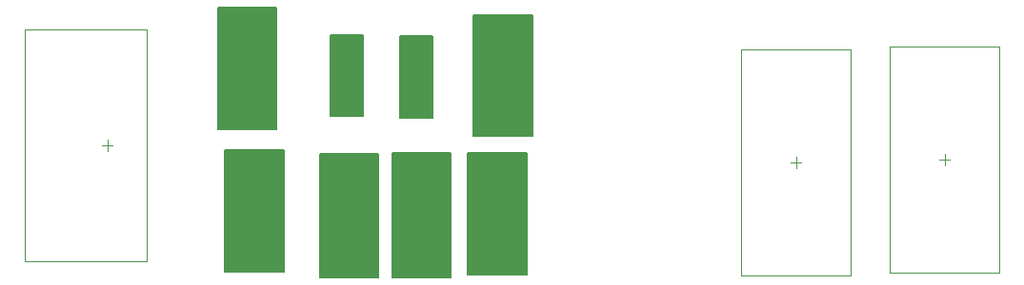
<source format=gbr>
%TF.GenerationSoftware,Altium Limited,Altium Designer,25.8.1 (18)*%
G04 Layer_Color=32768*
%FSLAX45Y45*%
%MOMM*%
%TF.SameCoordinates,5194DE87-2E3A-4D0E-B7FB-1F2D01658319*%
%TF.FilePolarity,Positive*%
%TF.FileFunction,Other,Mechanical_15*%
%TF.Part,Single*%
G01*
G75*
%TA.AperFunction,NonConductor*%
%ADD30C,0.15240*%
%ADD39C,0.10000*%
%ADD42C,0.05000*%
G36*
X4997450Y7627620D02*
Y6545580D01*
X5518150D01*
Y7627620D01*
X4997450D01*
D02*
G37*
G36*
X5838190Y6494620D02*
Y7596980D01*
X6353810D01*
Y6494620D01*
X5838190D01*
D02*
G37*
G36*
X4933950Y8897620D02*
Y7815580D01*
X5454650D01*
Y8897620D01*
X4933950D01*
D02*
G37*
G36*
X5930900Y7931150D02*
Y8655050D01*
X6219700D01*
Y7931150D01*
X5930900D01*
D02*
G37*
G36*
X6485890Y6497320D02*
Y7599680D01*
X7001510D01*
Y6497320D01*
X6485890D01*
D02*
G37*
G36*
X7156450Y7602220D02*
Y6520180D01*
X7677150D01*
Y7602220D01*
X7156450D01*
D02*
G37*
G36*
X6553200Y7918450D02*
Y8642350D01*
X6842000D01*
Y7918450D01*
X6553200D01*
D02*
G37*
G36*
X7207250Y8834120D02*
Y7752080D01*
X7727950D01*
Y8834120D01*
X7207250D01*
D02*
G37*
D30*
X4997450Y6545580D02*
X5518150D01*
Y7627620D01*
X4997450D02*
X5518150D01*
X4997450Y6545580D02*
Y7627620D01*
X5930900Y8655050D02*
X6219700D01*
Y7931150D02*
Y8655050D01*
X5930900Y7931150D02*
X6219700D01*
X5930900D02*
Y8655050D01*
X7156450Y6520180D02*
X7677150D01*
Y7602220D01*
X7156450D02*
X7677150D01*
X7156450Y6520180D02*
Y7602220D01*
X6553200Y8642350D02*
X6842000D01*
Y7918450D02*
Y8642350D01*
X6553200Y7918450D02*
X6842000D01*
X6553200D02*
Y8642350D01*
X5838190Y7596980D02*
X6353810D01*
Y6494620D02*
Y7596980D01*
X5838190Y6494620D02*
X6353810D01*
X5838190D02*
Y7596980D01*
X6485890Y7599680D02*
X7001510D01*
Y6497320D02*
Y7599680D01*
X6485890Y6497320D02*
X7001510D01*
X6485890D02*
Y7599680D01*
X7207250Y7752080D02*
X7727950D01*
Y8834120D01*
X7207250D02*
X7727950D01*
X7207250Y7752080D02*
Y8834120D01*
X4933950Y7815580D02*
X5454650D01*
Y8897620D01*
X4933950D02*
X5454650D01*
X4933950Y7815580D02*
Y8897620D01*
D39*
X10071100Y7468400D02*
Y7568400D01*
X10021100Y7518400D02*
X10121100D01*
X11391900Y7493800D02*
Y7593800D01*
X11341900Y7543800D02*
X11441900D01*
X3899700Y7670800D02*
X3999700D01*
X3949700Y7620800D02*
Y7720800D01*
D42*
X9586100Y8528400D02*
X10556100D01*
X9586100Y6508400D02*
X10556100D01*
Y8528400D01*
X9586100Y6508400D02*
Y8528400D01*
X10906900Y8553800D02*
X11876900D01*
X10906900Y6533800D02*
X11876900D01*
Y8553800D01*
X10906900Y6533800D02*
Y8553800D01*
X4303700Y6635800D02*
Y8705800D01*
X3215700Y6635800D02*
Y8705800D01*
Y6635800D02*
X4303700D01*
X3215700Y8705800D02*
X4303700D01*
%TF.MD5,f345e7ce45f89388bfb92be725e575c5*%
M02*

</source>
